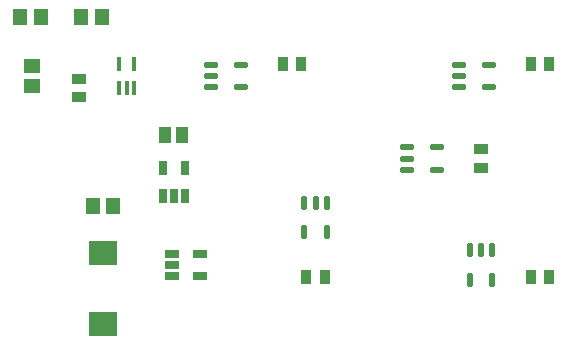
<source format=gbp>
G04*
G04 #@! TF.GenerationSoftware,Altium Limited,Altium Designer,24.1.2 (44)*
G04*
G04 Layer_Color=128*
%FSLAX44Y44*%
%MOMM*%
G71*
G04*
G04 #@! TF.SameCoordinates,4DB1EA52-69EA-4262-BFD2-8653D691B8C7*
G04*
G04*
G04 #@! TF.FilePolarity,Positive*
G04*
G01*
G75*
%ADD16R,1.0546X1.3562*%
G04:AMPARAMS|DCode=36|XSize=1.22mm|YSize=0.5mm|CornerRadius=0.0625mm|HoleSize=0mm|Usage=FLASHONLY|Rotation=0.000|XOffset=0mm|YOffset=0mm|HoleType=Round|Shape=RoundedRectangle|*
%AMROUNDEDRECTD36*
21,1,1.2200,0.3750,0,0,0.0*
21,1,1.0950,0.5000,0,0,0.0*
1,1,0.1250,0.5475,-0.1875*
1,1,0.1250,-0.5475,-0.1875*
1,1,0.1250,-0.5475,0.1875*
1,1,0.1250,0.5475,0.1875*
%
%ADD36ROUNDEDRECTD36*%
%ADD37R,0.3500X1.1500*%
%ADD38R,0.9061X1.3098*%
%ADD39R,1.4500X1.1500*%
G04:AMPARAMS|DCode=40|XSize=1.22mm|YSize=0.5mm|CornerRadius=0.0625mm|HoleSize=0mm|Usage=FLASHONLY|Rotation=270.000|XOffset=0mm|YOffset=0mm|HoleType=Round|Shape=RoundedRectangle|*
%AMROUNDEDRECTD40*
21,1,1.2200,0.3750,0,0,270.0*
21,1,1.0950,0.5000,0,0,270.0*
1,1,0.1250,-0.1875,-0.5475*
1,1,0.1250,-0.1875,0.5475*
1,1,0.1250,0.1875,0.5475*
1,1,0.1250,0.1875,-0.5475*
%
%ADD40ROUNDEDRECTD40*%
%ADD41R,1.3098X0.9061*%
%ADD42R,2.3300X1.9900*%
%ADD43R,0.7000X1.3000*%
%ADD44R,1.3000X0.7000*%
%ADD45R,1.1500X1.4500*%
D16*
X212742Y220000D02*
D03*
X227258D02*
D03*
D36*
X442450Y190500D02*
D03*
Y209500D02*
D03*
X417550D02*
D03*
Y200000D02*
D03*
Y190500D02*
D03*
X276450Y260500D02*
D03*
Y279500D02*
D03*
X251550D02*
D03*
Y270000D02*
D03*
Y260500D02*
D03*
X486450D02*
D03*
Y279500D02*
D03*
X461550D02*
D03*
Y270000D02*
D03*
Y260500D02*
D03*
D37*
X186500Y259750D02*
D03*
X180000D02*
D03*
X173500D02*
D03*
Y280250D02*
D03*
X186500D02*
D03*
D38*
X312239Y280000D02*
D03*
X327761D02*
D03*
X537761Y100000D02*
D03*
X522239D02*
D03*
X537761Y280000D02*
D03*
X522239D02*
D03*
X332239Y100000D02*
D03*
X347761D02*
D03*
D39*
X100000Y278750D02*
D03*
Y261250D02*
D03*
D40*
X330500Y137550D02*
D03*
X349500D02*
D03*
Y162450D02*
D03*
X340000D02*
D03*
X330500D02*
D03*
X470500Y97550D02*
D03*
X489500D02*
D03*
Y122450D02*
D03*
X480000D02*
D03*
X470500D02*
D03*
D41*
X480000Y192239D02*
D03*
Y207761D02*
D03*
X140000Y252239D02*
D03*
Y267761D02*
D03*
D42*
X160000Y120100D02*
D03*
Y59900D02*
D03*
D43*
X229500Y168000D02*
D03*
X220000D02*
D03*
X210500D02*
D03*
Y192000D02*
D03*
X229500D02*
D03*
D44*
X218000Y100500D02*
D03*
Y110000D02*
D03*
Y119500D02*
D03*
X242000D02*
D03*
Y100500D02*
D03*
D45*
X141250Y320000D02*
D03*
X158750D02*
D03*
X90000D02*
D03*
X107500D02*
D03*
X151250Y160000D02*
D03*
X168750D02*
D03*
M02*

</source>
